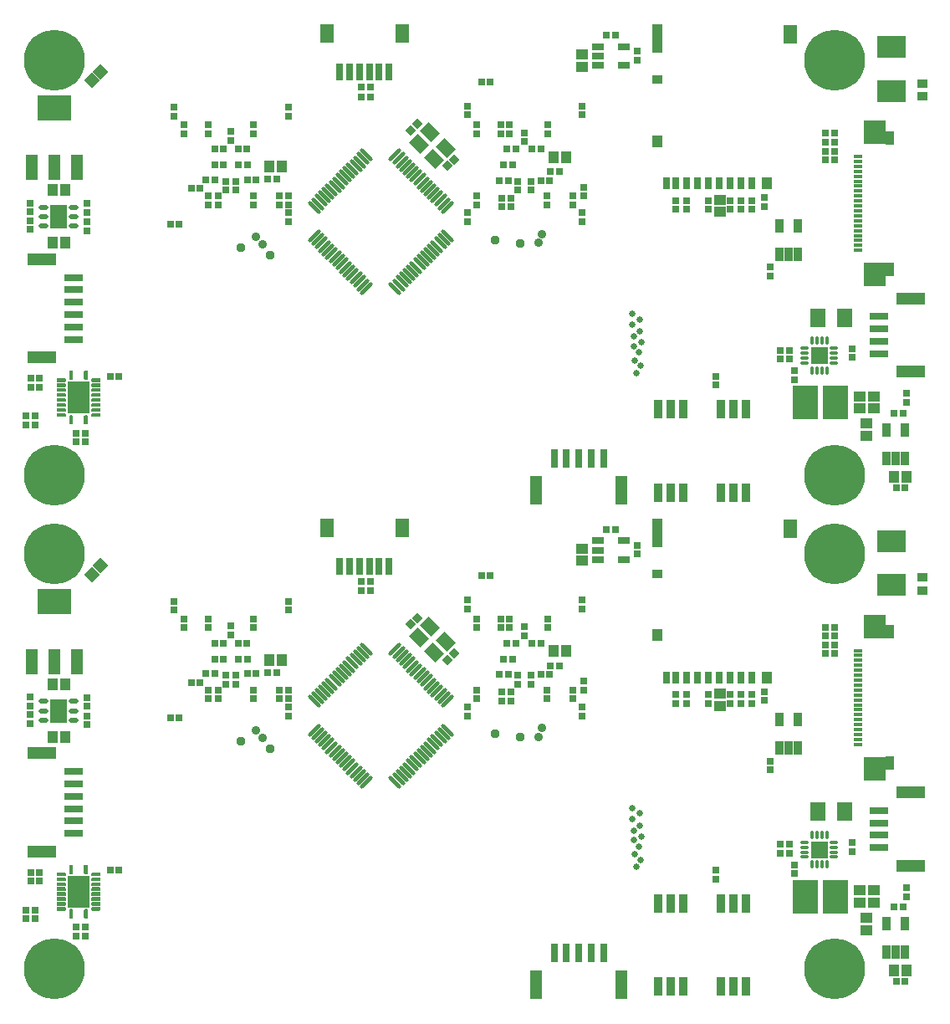
<source format=gbs>
G04 Layer_Color=16711935*
%FSLAX44Y44*%
%MOMM*%
G71*
G01*
G75*
%ADD89R,0.7100X0.7100*%
%ADD90R,0.8000X0.8000*%
%ADD91R,0.8000X0.8000*%
%ADD101R,0.7100X0.7100*%
%ADD104R,1.7300X2.4800*%
%ADD105O,0.9800X0.4800*%
%ADD106R,1.1100X1.1600*%
%ADD108R,1.1600X1.1100*%
%ADD116R,2.8600X1.1600*%
%ADD117R,1.8600X0.7600*%
%ADD120C,0.1600*%
%ADD121C,6.1600*%
%ADD122R,1.1100X0.9600*%
%ADD123R,2.9030X2.3190*%
%ADD124R,0.7600X1.8600*%
%ADD125R,1.1600X2.8600*%
%ADD126R,0.9220X1.8745*%
%ADD127R,0.7400X1.6900*%
%ADD128R,1.3400X1.9400*%
%ADD129R,0.8100X1.3600*%
%ADD130R,0.8800X0.3800*%
%ADD131R,2.2800X2.4800*%
%ADD132R,0.9300X1.3800*%
%ADD133R,0.7400X0.7400*%
%ADD134R,0.7200X0.7200*%
%ADD135R,0.7400X0.7400*%
%ADD136R,0.7200X0.7200*%
%ADD137R,1.3800X1.9800*%
%ADD138R,1.0800X2.8800*%
%ADD139R,1.0800X0.8800*%
%ADD140R,1.0800X1.2800*%
%ADD141R,0.7800X1.2800*%
%ADD142R,2.2100X3.2100*%
%ADD143C,0.2400*%
%ADD144O,0.2900X0.9400*%
%ADD145O,0.9400X0.2900*%
%ADD146R,1.7400X1.7400*%
%ADD147R,1.5600X1.9600*%
%ADD148R,2.6100X3.5100*%
G04:AMPARAMS|DCode=149|XSize=0.38mm|YSize=1.68mm|CornerRadius=0mm|HoleSize=0mm|Usage=FLASHONLY|Rotation=135.000|XOffset=0mm|YOffset=0mm|HoleType=Round|Shape=Round|*
%AMOVALD149*
21,1,1.3000,0.3800,0.0000,0.0000,225.0*
1,1,0.3800,0.4596,0.4596*
1,1,0.3800,-0.4596,-0.4596*
%
%ADD149OVALD149*%

G04:AMPARAMS|DCode=150|XSize=0.38mm|YSize=1.68mm|CornerRadius=0mm|HoleSize=0mm|Usage=FLASHONLY|Rotation=225.000|XOffset=0mm|YOffset=0mm|HoleType=Round|Shape=Round|*
%AMOVALD150*
21,1,1.3000,0.3800,0.0000,0.0000,315.0*
1,1,0.3800,-0.4596,0.4596*
1,1,0.3800,0.4596,-0.4596*
%
%ADD150OVALD150*%

G04:AMPARAMS|DCode=151|XSize=1.16mm|YSize=1.11mm|CornerRadius=0mm|HoleSize=0mm|Usage=FLASHONLY|Rotation=135.000|XOffset=0mm|YOffset=0mm|HoleType=Round|Shape=Rectangle|*
%AMROTATEDRECTD151*
4,1,4,0.8026,-0.0177,0.0177,-0.8026,-0.8026,0.0177,-0.0177,0.8026,0.8026,-0.0177,0.0*
%
%ADD151ROTATEDRECTD151*%

%ADD152R,1.1600X2.5100*%
%ADD153R,3.4600X2.5100*%
%ADD154P,1.1314X4X360.0*%
G04:AMPARAMS|DCode=155|XSize=1.56mm|YSize=1.31mm|CornerRadius=0mm|HoleSize=0mm|Usage=FLASHONLY|Rotation=135.000|XOffset=0mm|YOffset=0mm|HoleType=Round|Shape=Rectangle|*
%AMROTATEDRECTD155*
4,1,4,1.0147,-0.0884,0.0884,-1.0147,-1.0147,0.0884,-0.0884,1.0147,1.0147,-0.0884,0.0*
%
%ADD155ROTATEDRECTD155*%

%ADD156R,1.1600X0.7600*%
%ADD157C,0.6800*%
%ADD158C,0.9600*%
%ADD159C,0.8800*%
G36*
X327278Y899468D02*
X327372Y899439D01*
X327459Y899393D01*
X327535Y899330D01*
X327598Y899254D01*
X327644Y899167D01*
X327673Y899073D01*
X327682Y898975D01*
Y891909D01*
X327686Y891875D01*
Y891294D01*
Y891294D01*
D01*
X327685Y891285D01*
X327676Y891196D01*
X327648Y891101D01*
X327626Y891061D01*
X327601Y891015D01*
X327573Y890980D01*
X327539Y890938D01*
X327538Y890938D01*
X326717Y890117D01*
X326717Y890116D01*
X326682Y890088D01*
X326640Y890054D01*
X326554Y890007D01*
X326459Y889979D01*
X326451Y889978D01*
X326361Y889969D01*
X326361Y889969D01*
X325199D01*
X325199Y889969D01*
X325110Y889978D01*
X325101Y889979D01*
X325006Y890007D01*
X324920Y890054D01*
X324878Y890088D01*
X324843Y890116D01*
X324843Y890117D01*
X324021Y890938D01*
X323959Y891015D01*
X323913Y891101D01*
X323906Y891123D01*
X323884Y891196D01*
X323879Y891245D01*
X323874Y891294D01*
X323874Y891294D01*
Y891875D01*
X323878Y891909D01*
Y898975D01*
X323887Y899073D01*
X323916Y899167D01*
X323962Y899254D01*
X324025Y899330D01*
X324101Y899393D01*
X324188Y899439D01*
X324282Y899468D01*
X324380Y899477D01*
X327180D01*
X327278Y899468D01*
D02*
G37*
G36*
X312278D02*
X312372Y899439D01*
X312459Y899393D01*
X312535Y899330D01*
X312598Y899254D01*
X312644Y899167D01*
X312673Y899073D01*
X312682Y898975D01*
Y891909D01*
X312686Y891875D01*
Y891294D01*
Y891294D01*
D01*
X312685Y891285D01*
X312676Y891196D01*
X312647Y891101D01*
X312626Y891061D01*
X312601Y891015D01*
X312573Y890980D01*
X312539Y890938D01*
X312539Y890938D01*
X311717Y890117D01*
X311716Y890116D01*
X311682Y890088D01*
X311640Y890054D01*
X311553Y890007D01*
X311459Y889979D01*
X311451Y889978D01*
X311361Y889969D01*
X311361Y889969D01*
X310199D01*
X310199Y889969D01*
X310110Y889978D01*
X310101Y889979D01*
X310007Y890007D01*
X309920Y890054D01*
X309878Y890088D01*
X309844Y890116D01*
X309843Y890117D01*
X309021Y890938D01*
X308959Y891015D01*
X308913Y891101D01*
X308906Y891123D01*
X308884Y891196D01*
X308879Y891245D01*
X308874Y891294D01*
X308874Y891294D01*
Y891875D01*
X308878Y891909D01*
Y898975D01*
X308887Y899073D01*
X308916Y899167D01*
X308962Y899254D01*
X309025Y899330D01*
X309101Y899393D01*
X309188Y899439D01*
X309282Y899468D01*
X309380Y899477D01*
X312180D01*
X312278Y899468D01*
D02*
G37*
G36*
X332099Y891881D02*
X332680D01*
X332714Y891877D01*
X339780D01*
X339878Y891868D01*
X339972Y891839D01*
X340059Y891793D01*
X340135Y891730D01*
X340198Y891654D01*
X340244Y891567D01*
X340273Y891473D01*
X340283Y891375D01*
Y888575D01*
X340273Y888477D01*
X340244Y888383D01*
X340198Y888296D01*
X340135Y888220D01*
X340059Y888157D01*
X339972Y888111D01*
X339878Y888082D01*
X339780Y888073D01*
X332714D01*
X332680Y888069D01*
X332099D01*
X332099Y888069D01*
X332010Y888078D01*
X332001Y888079D01*
X331907Y888108D01*
X331820Y888154D01*
X331778Y888188D01*
X331744Y888216D01*
X331743Y888216D01*
X330921Y889038D01*
X330859Y889115D01*
X330812Y889201D01*
X330806Y889223D01*
X330784Y889296D01*
X330779Y889345D01*
X330774Y889394D01*
X330774Y889394D01*
Y890556D01*
X330784Y890654D01*
X330806Y890727D01*
X330812Y890749D01*
X330859Y890835D01*
X330921Y890911D01*
X331743Y891733D01*
X331744Y891734D01*
X331820Y891796D01*
X331907Y891842D01*
X331928Y891849D01*
X332001Y891871D01*
X332050Y891876D01*
X332099Y891881D01*
X332099Y891881D01*
D02*
G37*
G36*
X304510Y891876D02*
X304559Y891871D01*
X304632Y891849D01*
X304654Y891842D01*
X304740Y891796D01*
X304817Y891734D01*
X305639Y890911D01*
X305701Y890835D01*
X305748Y890749D01*
X305754Y890727D01*
X305776Y890654D01*
X305781Y890605D01*
X305786Y890556D01*
X305786Y890556D01*
Y889394D01*
Y889394D01*
D01*
X305785Y889385D01*
X305776Y889296D01*
X305748Y889201D01*
X305726Y889161D01*
X305701Y889115D01*
X305673Y889080D01*
X305639Y889038D01*
X305639Y889038D01*
X304817Y888216D01*
X304817Y888216D01*
X304782Y888188D01*
X304740Y888154D01*
X304653Y888108D01*
X304559Y888079D01*
X304550Y888078D01*
X304461Y888069D01*
X304461Y888069D01*
X303880D01*
X303846Y888073D01*
X296780D01*
X296682Y888082D01*
X296588Y888111D01*
X296501Y888157D01*
X296425Y888220D01*
X296362Y888296D01*
X296316Y888383D01*
X296287Y888477D01*
X296278Y888575D01*
Y891375D01*
X296287Y891473D01*
X296316Y891567D01*
X296362Y891654D01*
X296425Y891730D01*
X296501Y891793D01*
X296588Y891839D01*
X296682Y891868D01*
X296780Y891877D01*
X303846D01*
X303880Y891881D01*
X304461D01*
X304461Y891881D01*
X304510Y891876D01*
D02*
G37*
G36*
X332099Y886881D02*
X332680D01*
X332714Y886877D01*
X339780D01*
X339878Y886868D01*
X339972Y886839D01*
X340059Y886793D01*
X340135Y886730D01*
X340198Y886654D01*
X340244Y886567D01*
X340273Y886473D01*
X340283Y886375D01*
Y883575D01*
X340273Y883477D01*
X340244Y883383D01*
X340198Y883296D01*
X340135Y883220D01*
X340059Y883157D01*
X339972Y883111D01*
X339878Y883082D01*
X339780Y883073D01*
X332714D01*
X332680Y883069D01*
X332099D01*
X332099Y883069D01*
X332010Y883078D01*
X332001Y883079D01*
X331907Y883108D01*
X331820Y883154D01*
X331778Y883188D01*
X331744Y883216D01*
X331743Y883216D01*
X330921Y884038D01*
X330859Y884115D01*
X330812Y884201D01*
X330806Y884223D01*
X330784Y884296D01*
X330779Y884345D01*
X330774Y884394D01*
X330774Y884394D01*
Y885556D01*
X330784Y885654D01*
X330806Y885727D01*
X330812Y885749D01*
X330859Y885835D01*
X330921Y885911D01*
X331743Y886733D01*
X331744Y886734D01*
X331820Y886796D01*
X331907Y886842D01*
X331928Y886849D01*
X332001Y886871D01*
X332050Y886876D01*
X332099Y886881D01*
X332099Y886881D01*
D02*
G37*
G36*
X304510Y886876D02*
X304559Y886871D01*
X304632Y886849D01*
X304654Y886842D01*
X304740Y886796D01*
X304817Y886734D01*
X305639Y885911D01*
X305701Y885835D01*
X305748Y885749D01*
X305754Y885727D01*
X305776Y885654D01*
X305781Y885605D01*
X305786Y885556D01*
X305786Y885556D01*
Y884394D01*
Y884394D01*
D01*
X305785Y884385D01*
X305776Y884296D01*
X305748Y884202D01*
X305726Y884161D01*
X305701Y884115D01*
X305673Y884080D01*
X305639Y884038D01*
X305639Y884038D01*
X304817Y883216D01*
X304817Y883216D01*
X304782Y883188D01*
X304740Y883154D01*
X304653Y883108D01*
X304559Y883079D01*
X304550Y883078D01*
X304461Y883069D01*
X304461Y883069D01*
X303880D01*
X303846Y883073D01*
X296780D01*
X296682Y883082D01*
X296588Y883111D01*
X296501Y883157D01*
X296425Y883220D01*
X296362Y883296D01*
X296316Y883383D01*
X296287Y883477D01*
X296278Y883575D01*
Y886375D01*
X296287Y886473D01*
X296316Y886567D01*
X296362Y886654D01*
X296425Y886730D01*
X296501Y886793D01*
X296588Y886839D01*
X296682Y886868D01*
X296780Y886877D01*
X303846D01*
X303880Y886881D01*
X304461D01*
X304461Y886881D01*
X304510Y886876D01*
D02*
G37*
G36*
X332099Y881881D02*
X332680D01*
X332714Y881877D01*
X339780D01*
X339878Y881868D01*
X339972Y881839D01*
X340059Y881793D01*
X340135Y881730D01*
X340198Y881654D01*
X340244Y881567D01*
X340273Y881473D01*
X340283Y881375D01*
Y878575D01*
X340273Y878477D01*
X340244Y878383D01*
X340198Y878296D01*
X340135Y878220D01*
X340059Y878157D01*
X339972Y878111D01*
X339878Y878082D01*
X339780Y878073D01*
X332714D01*
X332680Y878069D01*
X332099D01*
X332099Y878069D01*
X332010Y878078D01*
X332001Y878079D01*
X331907Y878108D01*
X331820Y878154D01*
X331778Y878188D01*
X331744Y878216D01*
X331743Y878217D01*
X330921Y879038D01*
X330859Y879115D01*
X330812Y879201D01*
X330806Y879223D01*
X330784Y879296D01*
X330779Y879345D01*
X330774Y879394D01*
X330774Y879394D01*
Y880556D01*
X330784Y880654D01*
X330806Y880727D01*
X330812Y880749D01*
X330859Y880835D01*
X330921Y880911D01*
X331743Y881733D01*
X331744Y881734D01*
X331820Y881796D01*
X331907Y881842D01*
X331928Y881849D01*
X332001Y881871D01*
X332050Y881876D01*
X332099Y881881D01*
X332099Y881881D01*
D02*
G37*
G36*
X304510Y881876D02*
X304559Y881871D01*
X304632Y881849D01*
X304654Y881842D01*
X304740Y881796D01*
X304817Y881734D01*
X305639Y880911D01*
X305701Y880835D01*
X305748Y880749D01*
X305754Y880727D01*
X305776Y880654D01*
X305781Y880605D01*
X305786Y880556D01*
X305786Y880556D01*
Y879394D01*
Y879394D01*
D01*
X305785Y879385D01*
X305776Y879296D01*
X305748Y879202D01*
X305726Y879161D01*
X305701Y879115D01*
X305673Y879080D01*
X305639Y879038D01*
X305639Y879038D01*
X304817Y878217D01*
X304817Y878216D01*
X304782Y878188D01*
X304740Y878154D01*
X304653Y878108D01*
X304559Y878079D01*
X304550Y878078D01*
X304461Y878069D01*
X304461Y878069D01*
X303880D01*
X303846Y878073D01*
X296780D01*
X296682Y878082D01*
X296588Y878111D01*
X296501Y878157D01*
X296425Y878220D01*
X296362Y878296D01*
X296316Y878383D01*
X296287Y878477D01*
X296278Y878575D01*
Y881375D01*
X296287Y881473D01*
X296316Y881567D01*
X296362Y881654D01*
X296425Y881730D01*
X296501Y881793D01*
X296588Y881839D01*
X296682Y881868D01*
X296780Y881877D01*
X303846D01*
X303880Y881881D01*
X304461D01*
X304461Y881881D01*
X304510Y881876D01*
D02*
G37*
G36*
X332099Y876881D02*
X332680D01*
X332714Y876877D01*
X339780D01*
X339878Y876868D01*
X339972Y876839D01*
X340059Y876793D01*
X340135Y876730D01*
X340198Y876654D01*
X340244Y876567D01*
X340273Y876473D01*
X340283Y876375D01*
Y873575D01*
X340273Y873477D01*
X340244Y873383D01*
X340198Y873296D01*
X340135Y873220D01*
X340059Y873157D01*
X339972Y873111D01*
X339878Y873082D01*
X339780Y873073D01*
X332714D01*
X332680Y873069D01*
X332099D01*
X332099Y873069D01*
X332010Y873078D01*
X332001Y873079D01*
X331907Y873108D01*
X331820Y873154D01*
X331778Y873188D01*
X331744Y873216D01*
X331743Y873216D01*
X330921Y874038D01*
X330859Y874115D01*
X330812Y874201D01*
X330806Y874223D01*
X330784Y874296D01*
X330779Y874345D01*
X330774Y874394D01*
X330774Y874394D01*
Y875556D01*
X330784Y875654D01*
X330806Y875727D01*
X330812Y875749D01*
X330859Y875835D01*
X330921Y875911D01*
X331743Y876733D01*
X331744Y876734D01*
X331820Y876796D01*
X331907Y876842D01*
X331928Y876849D01*
X332001Y876871D01*
X332050Y876876D01*
X332099Y876881D01*
X332099Y876881D01*
D02*
G37*
G36*
X304510Y876876D02*
X304559Y876871D01*
X304632Y876849D01*
X304654Y876842D01*
X304740Y876796D01*
X304817Y876734D01*
X305639Y875911D01*
X305701Y875835D01*
X305748Y875749D01*
X305754Y875727D01*
X305776Y875654D01*
X305781Y875605D01*
X305786Y875556D01*
X305786Y875556D01*
Y874394D01*
Y874394D01*
D01*
X305785Y874385D01*
X305776Y874296D01*
X305748Y874202D01*
X305726Y874161D01*
X305701Y874115D01*
X305673Y874080D01*
X305639Y874038D01*
X305639Y874038D01*
X304817Y873216D01*
X304817Y873216D01*
X304782Y873188D01*
X304740Y873154D01*
X304653Y873108D01*
X304559Y873079D01*
X304550Y873078D01*
X304461Y873069D01*
X304461Y873069D01*
X303880D01*
X303846Y873073D01*
X296780D01*
X296682Y873082D01*
X296588Y873111D01*
X296501Y873157D01*
X296425Y873220D01*
X296362Y873296D01*
X296316Y873383D01*
X296287Y873477D01*
X296278Y873575D01*
Y876375D01*
X296287Y876473D01*
X296316Y876567D01*
X296362Y876654D01*
X296425Y876730D01*
X296501Y876793D01*
X296588Y876839D01*
X296682Y876868D01*
X296780Y876877D01*
X303846D01*
X303880Y876881D01*
X304461D01*
X304461Y876881D01*
X304510Y876876D01*
D02*
G37*
G36*
X332099Y871881D02*
X332680D01*
X332714Y871877D01*
X339780D01*
X339878Y871868D01*
X339972Y871839D01*
X340059Y871793D01*
X340135Y871730D01*
X340198Y871654D01*
X340244Y871567D01*
X340273Y871473D01*
X340283Y871375D01*
Y868575D01*
X340273Y868477D01*
X340244Y868383D01*
X340198Y868296D01*
X340135Y868220D01*
X340059Y868157D01*
X339972Y868111D01*
X339878Y868082D01*
X339780Y868073D01*
X332714D01*
X332680Y868069D01*
X332099D01*
X332099Y868069D01*
X332010Y868078D01*
X332001Y868079D01*
X331907Y868108D01*
X331820Y868154D01*
X331778Y868188D01*
X331744Y868216D01*
X331743Y868217D01*
X330921Y869038D01*
X330859Y869115D01*
X330812Y869201D01*
X330806Y869223D01*
X330784Y869296D01*
X330779Y869345D01*
X330774Y869394D01*
X330774Y869394D01*
Y870556D01*
X330784Y870654D01*
X330806Y870727D01*
X330812Y870749D01*
X330859Y870835D01*
X330921Y870911D01*
X331743Y871733D01*
X331744Y871734D01*
X331820Y871796D01*
X331907Y871842D01*
X331928Y871849D01*
X332001Y871871D01*
X332050Y871876D01*
X332099Y871881D01*
X332099Y871881D01*
D02*
G37*
G36*
X304510Y871876D02*
X304559Y871871D01*
X304632Y871849D01*
X304654Y871842D01*
X304740Y871796D01*
X304817Y871734D01*
X305639Y870911D01*
X305701Y870835D01*
X305748Y870749D01*
X305754Y870727D01*
X305776Y870654D01*
X305781Y870605D01*
X305786Y870556D01*
X305786Y870556D01*
Y869394D01*
Y869394D01*
D01*
X305785Y869385D01*
X305776Y869296D01*
X305748Y869202D01*
X305726Y869161D01*
X305701Y869115D01*
X305673Y869080D01*
X305639Y869038D01*
X305639Y869038D01*
X304817Y868217D01*
X304817Y868216D01*
X304782Y868188D01*
X304740Y868154D01*
X304653Y868108D01*
X304559Y868079D01*
X304550Y868078D01*
X304461Y868069D01*
X304461Y868069D01*
X303880D01*
X303846Y868073D01*
X296780D01*
X296682Y868082D01*
X296588Y868111D01*
X296501Y868157D01*
X296425Y868220D01*
X296362Y868296D01*
X296316Y868383D01*
X296287Y868477D01*
X296278Y868575D01*
Y871375D01*
X296287Y871473D01*
X296316Y871567D01*
X296362Y871654D01*
X296425Y871730D01*
X296501Y871793D01*
X296588Y871839D01*
X296682Y871868D01*
X296780Y871877D01*
X303846D01*
X303880Y871881D01*
X304461D01*
X304461Y871881D01*
X304510Y871876D01*
D02*
G37*
G36*
X332099Y866881D02*
X332680D01*
X332714Y866877D01*
X339780D01*
X339878Y866868D01*
X339972Y866839D01*
X340059Y866793D01*
X340135Y866730D01*
X340198Y866654D01*
X340244Y866567D01*
X340273Y866473D01*
X340283Y866375D01*
Y863575D01*
X340273Y863477D01*
X340244Y863383D01*
X340198Y863296D01*
X340135Y863220D01*
X340059Y863157D01*
X339972Y863111D01*
X339878Y863082D01*
X339780Y863073D01*
X332714D01*
X332680Y863069D01*
X332099D01*
X332099Y863069D01*
X332010Y863078D01*
X332001Y863079D01*
X331907Y863108D01*
X331820Y863154D01*
X331778Y863188D01*
X331744Y863216D01*
X331743Y863216D01*
X330921Y864038D01*
X330859Y864115D01*
X330812Y864201D01*
X330806Y864223D01*
X330784Y864296D01*
X330779Y864345D01*
X330774Y864394D01*
X330774Y864394D01*
Y865556D01*
X330784Y865654D01*
X330806Y865727D01*
X330812Y865749D01*
X330859Y865835D01*
X330921Y865911D01*
X331743Y866733D01*
X331744Y866734D01*
X331820Y866796D01*
X331907Y866842D01*
X331928Y866849D01*
X332001Y866871D01*
X332050Y866876D01*
X332099Y866881D01*
X332099Y866881D01*
D02*
G37*
G36*
X304510Y866876D02*
X304559Y866871D01*
X304632Y866849D01*
X304654Y866842D01*
X304740Y866796D01*
X304817Y866734D01*
X305639Y865911D01*
X305701Y865835D01*
X305748Y865749D01*
X305754Y865727D01*
X305776Y865654D01*
X305781Y865605D01*
X305786Y865556D01*
X305786Y865556D01*
Y864394D01*
Y864394D01*
D01*
X305785Y864385D01*
X305776Y864296D01*
X305748Y864201D01*
X305726Y864161D01*
X305701Y864115D01*
X305673Y864080D01*
X305639Y864038D01*
X305639Y864038D01*
X304817Y863216D01*
X304817Y863216D01*
X304782Y863188D01*
X304740Y863154D01*
X304653Y863108D01*
X304559Y863079D01*
X304550Y863078D01*
X304461Y863069D01*
X304461Y863069D01*
X303880D01*
X303846Y863073D01*
X296780D01*
X296682Y863082D01*
X296588Y863111D01*
X296501Y863157D01*
X296425Y863220D01*
X296362Y863296D01*
X296316Y863383D01*
X296287Y863477D01*
X296278Y863575D01*
Y866375D01*
X296287Y866473D01*
X296316Y866567D01*
X296362Y866654D01*
X296425Y866730D01*
X296501Y866793D01*
X296588Y866839D01*
X296682Y866868D01*
X296780Y866877D01*
X303846D01*
X303880Y866881D01*
X304461D01*
X304461Y866881D01*
X304510Y866876D01*
D02*
G37*
G36*
X332099Y861881D02*
X332680D01*
X332714Y861877D01*
X339780D01*
X339878Y861868D01*
X339972Y861839D01*
X340059Y861793D01*
X340135Y861730D01*
X340198Y861654D01*
X340244Y861567D01*
X340273Y861473D01*
X340283Y861375D01*
Y858575D01*
X340273Y858477D01*
X340244Y858383D01*
X340198Y858296D01*
X340135Y858220D01*
X340059Y858157D01*
X339972Y858111D01*
X339878Y858082D01*
X339780Y858073D01*
X332714D01*
X332680Y858069D01*
X332099D01*
X332099Y858069D01*
X332010Y858078D01*
X332001Y858079D01*
X331907Y858108D01*
X331820Y858154D01*
X331778Y858188D01*
X331744Y858216D01*
X331743Y858216D01*
X330921Y859038D01*
X330859Y859115D01*
X330812Y859201D01*
X330806Y859223D01*
X330784Y859296D01*
X330779Y859345D01*
X330774Y859394D01*
X330774Y859394D01*
Y860556D01*
X330784Y860654D01*
X330806Y860727D01*
X330812Y860749D01*
X330859Y860835D01*
X330921Y860911D01*
X331743Y861733D01*
X331744Y861734D01*
X331820Y861796D01*
X331907Y861842D01*
X331928Y861849D01*
X332001Y861871D01*
X332050Y861876D01*
X332099Y861881D01*
X332099Y861881D01*
D02*
G37*
G36*
X304510Y861876D02*
X304559Y861871D01*
X304632Y861849D01*
X304654Y861842D01*
X304740Y861796D01*
X304817Y861734D01*
X305639Y860911D01*
X305701Y860835D01*
X305748Y860749D01*
X305754Y860727D01*
X305776Y860654D01*
X305781Y860605D01*
X305786Y860556D01*
X305786Y860556D01*
Y859394D01*
Y859394D01*
D01*
X305785Y859385D01*
X305776Y859296D01*
X305748Y859202D01*
X305726Y859161D01*
X305701Y859115D01*
X305673Y859080D01*
X305639Y859038D01*
X305639Y859038D01*
X304817Y858216D01*
X304817Y858216D01*
X304782Y858188D01*
X304740Y858154D01*
X304653Y858108D01*
X304559Y858079D01*
X304550Y858078D01*
X304461Y858069D01*
X304461Y858069D01*
X303880D01*
X303846Y858073D01*
X296780D01*
X296682Y858082D01*
X296588Y858111D01*
X296501Y858157D01*
X296425Y858220D01*
X296362Y858296D01*
X296316Y858383D01*
X296287Y858477D01*
X296278Y858575D01*
Y861375D01*
X296287Y861473D01*
X296316Y861567D01*
X296362Y861654D01*
X296425Y861730D01*
X296501Y861793D01*
X296588Y861839D01*
X296682Y861868D01*
X296780Y861877D01*
X303846D01*
X303880Y861881D01*
X304461D01*
X304461Y861881D01*
X304510Y861876D01*
D02*
G37*
G36*
X326410Y854976D02*
X326459Y854971D01*
X326532Y854949D01*
X326554Y854942D01*
X326640Y854896D01*
X326717Y854834D01*
X327539Y854012D01*
X327601Y853935D01*
X327648Y853848D01*
X327654Y853827D01*
X327676Y853754D01*
X327681Y853705D01*
X327686Y853656D01*
X327686Y853656D01*
Y853075D01*
X327682Y853041D01*
Y845975D01*
X327673Y845877D01*
X327644Y845783D01*
X327598Y845696D01*
X327535Y845620D01*
X327459Y845557D01*
X327372Y845511D01*
X327278Y845482D01*
X327180Y845473D01*
X324380D01*
X324282Y845482D01*
X324188Y845511D01*
X324101Y845557D01*
X324025Y845620D01*
X323962Y845696D01*
X323916Y845783D01*
X323887Y845877D01*
X323878Y845975D01*
Y853041D01*
X323874Y853075D01*
Y853656D01*
X323884Y853754D01*
X323906Y853827D01*
X323913Y853848D01*
X323959Y853935D01*
X324021Y854012D01*
X324843Y854833D01*
X324843Y854834D01*
X324920Y854896D01*
X325006Y854942D01*
X325028Y854949D01*
X325101Y854971D01*
X325150Y854976D01*
X325199Y854981D01*
X325199Y854981D01*
X326361D01*
X326361Y854981D01*
X326410Y854976D01*
D02*
G37*
G36*
X311410D02*
X311459Y854971D01*
X311532Y854949D01*
X311554Y854942D01*
X311640Y854896D01*
X311716Y854834D01*
X312539Y854012D01*
X312601Y853935D01*
X312647Y853848D01*
X312654Y853827D01*
X312676Y853754D01*
X312681Y853705D01*
X312686Y853656D01*
X312686Y853656D01*
Y853075D01*
X312682Y853041D01*
Y845975D01*
X312673Y845877D01*
X312644Y845783D01*
X312598Y845696D01*
X312535Y845620D01*
X312459Y845557D01*
X312372Y845511D01*
X312278Y845482D01*
X312180Y845473D01*
X309380D01*
X309282Y845482D01*
X309188Y845511D01*
X309101Y845557D01*
X309025Y845620D01*
X308962Y845696D01*
X308916Y845783D01*
X308887Y845877D01*
X308878Y845975D01*
Y853041D01*
X308874Y853075D01*
Y853656D01*
X308884Y853754D01*
X308906Y853827D01*
X308913Y853848D01*
X308959Y853935D01*
X309021Y854012D01*
X309843Y854833D01*
X309844Y854834D01*
X309920Y854896D01*
X310007Y854942D01*
X310028Y854949D01*
X310101Y854971D01*
X310150Y854976D01*
X310199Y854981D01*
X310199Y854981D01*
X311361D01*
X311361Y854981D01*
X311410Y854976D01*
D02*
G37*
G36*
X332099Y856881D02*
X332680D01*
X332714Y856877D01*
X339780D01*
X339878Y856868D01*
X339972Y856839D01*
X340059Y856793D01*
X340135Y856730D01*
X340198Y856654D01*
X340244Y856567D01*
X340273Y856473D01*
X340283Y856375D01*
Y853575D01*
X340273Y853477D01*
X340244Y853383D01*
X340198Y853296D01*
X340135Y853220D01*
X340059Y853157D01*
X339972Y853111D01*
X339878Y853082D01*
X339780Y853073D01*
X332714D01*
X332680Y853069D01*
X332099D01*
X332099Y853069D01*
X332010Y853078D01*
X332001Y853079D01*
X331907Y853108D01*
X331820Y853154D01*
X331778Y853188D01*
X331744Y853216D01*
X331743Y853217D01*
X330921Y854038D01*
X330859Y854115D01*
X330812Y854201D01*
X330806Y854223D01*
X330784Y854296D01*
X330779Y854345D01*
X330774Y854394D01*
X330774Y854394D01*
Y855556D01*
X330784Y855654D01*
X330806Y855727D01*
X330812Y855749D01*
X330859Y855835D01*
X330921Y855911D01*
X331743Y856733D01*
X331744Y856734D01*
X331820Y856796D01*
X331907Y856842D01*
X331928Y856849D01*
X332001Y856871D01*
X332050Y856876D01*
X332099Y856881D01*
X332099Y856881D01*
D02*
G37*
G36*
X304510Y856876D02*
X304559Y856871D01*
X304632Y856849D01*
X304654Y856842D01*
X304740Y856796D01*
X304817Y856734D01*
X305639Y855911D01*
X305701Y855835D01*
X305748Y855749D01*
X305754Y855727D01*
X305776Y855654D01*
X305781Y855605D01*
X305786Y855556D01*
X305786Y855556D01*
Y854394D01*
Y854394D01*
D01*
X305785Y854385D01*
X305776Y854296D01*
X305748Y854202D01*
X305726Y854161D01*
X305701Y854115D01*
X305673Y854080D01*
X305639Y854038D01*
X305639Y854038D01*
X304817Y853217D01*
X304817Y853216D01*
X304782Y853188D01*
X304740Y853154D01*
X304653Y853108D01*
X304559Y853079D01*
X304550Y853078D01*
X304461Y853069D01*
X304461Y853069D01*
X303880D01*
X303846Y853073D01*
X296780D01*
X296682Y853082D01*
X296588Y853111D01*
X296501Y853157D01*
X296425Y853220D01*
X296362Y853296D01*
X296316Y853383D01*
X296287Y853477D01*
X296278Y853575D01*
Y856375D01*
X296287Y856473D01*
X296316Y856567D01*
X296362Y856654D01*
X296425Y856730D01*
X296501Y856793D01*
X296588Y856839D01*
X296682Y856868D01*
X296780Y856877D01*
X303846D01*
X303880Y856881D01*
X304461D01*
X304461Y856881D01*
X304510Y856876D01*
D02*
G37*
G36*
X327278Y399478D02*
X327372Y399449D01*
X327459Y399403D01*
X327535Y399340D01*
X327598Y399264D01*
X327644Y399177D01*
X327673Y399083D01*
X327682Y398985D01*
Y391919D01*
X327686Y391885D01*
Y391304D01*
Y391304D01*
D01*
X327685Y391295D01*
X327676Y391206D01*
X327648Y391111D01*
X327626Y391071D01*
X327601Y391025D01*
X327573Y390990D01*
X327539Y390948D01*
X327538Y390948D01*
X326717Y390127D01*
X326717Y390126D01*
X326682Y390098D01*
X326640Y390064D01*
X326554Y390018D01*
X326459Y389989D01*
X326451Y389988D01*
X326361Y389979D01*
X326361Y389979D01*
X325199D01*
X325199Y389979D01*
X325110Y389988D01*
X325101Y389989D01*
X325006Y390018D01*
X324920Y390064D01*
X324878Y390098D01*
X324843Y390126D01*
X324843Y390127D01*
X324021Y390948D01*
X323959Y391025D01*
X323913Y391111D01*
X323906Y391133D01*
X323884Y391206D01*
X323879Y391255D01*
X323874Y391304D01*
X323874Y391304D01*
Y391885D01*
X323878Y391919D01*
Y398985D01*
X323887Y399083D01*
X323916Y399177D01*
X323962Y399264D01*
X324025Y399340D01*
X324101Y399403D01*
X324188Y399449D01*
X324282Y399478D01*
X324380Y399487D01*
X327180D01*
X327278Y399478D01*
D02*
G37*
G36*
X312278D02*
X312372Y399449D01*
X312459Y399403D01*
X312535Y399340D01*
X312598Y399264D01*
X312644Y399177D01*
X312673Y399083D01*
X312682Y398985D01*
Y391919D01*
X312686Y391885D01*
Y391304D01*
Y391304D01*
D01*
X312685Y391295D01*
X312676Y391206D01*
X312647Y391111D01*
X312626Y391071D01*
X312601Y391025D01*
X312573Y390990D01*
X312539Y390948D01*
X312539Y390948D01*
X311717Y390127D01*
X311716Y390126D01*
X311682Y390098D01*
X311640Y390064D01*
X311553Y390018D01*
X311459Y389989D01*
X311451Y389988D01*
X311361Y389979D01*
X311361Y389979D01*
X310199D01*
X310199Y389979D01*
X310110Y389988D01*
X310101Y389989D01*
X310007Y390018D01*
X309920Y390064D01*
X309878Y390098D01*
X309844Y390126D01*
X309843Y390127D01*
X309021Y390948D01*
X308959Y391025D01*
X308913Y391111D01*
X308906Y391133D01*
X308884Y391206D01*
X308879Y391255D01*
X308874Y391304D01*
X308874Y391304D01*
Y391885D01*
X308878Y391919D01*
Y398985D01*
X308887Y399083D01*
X308916Y399177D01*
X308962Y399264D01*
X309025Y399340D01*
X309101Y399403D01*
X309188Y399449D01*
X309282Y399478D01*
X309380Y399487D01*
X312180D01*
X312278Y399478D01*
D02*
G37*
G36*
X332099Y391891D02*
X332680D01*
X332714Y391887D01*
X339780D01*
X339878Y391878D01*
X339972Y391849D01*
X340059Y391803D01*
X340135Y391740D01*
X340198Y391664D01*
X340244Y391577D01*
X340273Y391483D01*
X340283Y391385D01*
Y388585D01*
X340273Y388487D01*
X340244Y388393D01*
X340198Y388306D01*
X340135Y388230D01*
X340059Y388167D01*
X339972Y388121D01*
X339878Y388092D01*
X339780Y388083D01*
X332714D01*
X332680Y388079D01*
X332099D01*
X332099Y388079D01*
X332010Y388088D01*
X332001Y388089D01*
X331907Y388117D01*
X331820Y388164D01*
X331778Y388198D01*
X331744Y388226D01*
X331743Y388227D01*
X330921Y389048D01*
X330859Y389125D01*
X330812Y389211D01*
X330806Y389233D01*
X330784Y389306D01*
X330779Y389355D01*
X330774Y389404D01*
X330774Y389404D01*
Y390566D01*
X330784Y390664D01*
X330806Y390737D01*
X330812Y390759D01*
X330859Y390845D01*
X330921Y390922D01*
X331743Y391743D01*
X331744Y391744D01*
X331820Y391806D01*
X331907Y391852D01*
X331928Y391859D01*
X332001Y391881D01*
X332050Y391886D01*
X332099Y391891D01*
X332099Y391891D01*
D02*
G37*
G36*
X304510Y391886D02*
X304559Y391881D01*
X304632Y391859D01*
X304654Y391852D01*
X304740Y391806D01*
X304817Y391744D01*
X305639Y390922D01*
X305701Y390845D01*
X305748Y390759D01*
X305754Y390737D01*
X305776Y390664D01*
X305781Y390615D01*
X305786Y390566D01*
X305786Y390566D01*
Y389404D01*
Y389404D01*
D01*
X305785Y389395D01*
X305776Y389306D01*
X305748Y389212D01*
X305726Y389171D01*
X305701Y389125D01*
X305673Y389090D01*
X305639Y389048D01*
X305639Y389048D01*
X304817Y388227D01*
X304817Y388226D01*
X304782Y388198D01*
X304740Y388164D01*
X304653Y388117D01*
X304559Y388089D01*
X304550Y388088D01*
X304461Y388079D01*
X304461Y388079D01*
X303880D01*
X303846Y388083D01*
X296780D01*
X296682Y388092D01*
X296588Y388121D01*
X296501Y388167D01*
X296425Y388230D01*
X296362Y388306D01*
X296316Y388393D01*
X296287Y388487D01*
X296278Y388585D01*
Y391385D01*
X296287Y391483D01*
X296316Y391577D01*
X296362Y391664D01*
X296425Y391740D01*
X296501Y391803D01*
X296588Y391849D01*
X296682Y391878D01*
X296780Y391887D01*
X303846D01*
X303880Y391891D01*
X304461D01*
X304461Y391891D01*
X304510Y391886D01*
D02*
G37*
G36*
X332099Y386891D02*
X332680D01*
X332714Y386887D01*
X339780D01*
X339878Y386878D01*
X339972Y386849D01*
X340059Y386803D01*
X340135Y386740D01*
X340198Y386664D01*
X340244Y386577D01*
X340273Y386483D01*
X340283Y386385D01*
Y383585D01*
X340273Y383487D01*
X340244Y383393D01*
X340198Y383306D01*
X340135Y383230D01*
X340059Y383167D01*
X339972Y383121D01*
X339878Y383092D01*
X339780Y383083D01*
X332714D01*
X332680Y383079D01*
X332099D01*
X332099Y383079D01*
X332010Y383088D01*
X332001Y383089D01*
X331907Y383117D01*
X331820Y383164D01*
X331778Y383198D01*
X331744Y383226D01*
X331743Y383227D01*
X330921Y384049D01*
X330859Y384125D01*
X330812Y384211D01*
X330806Y384233D01*
X330784Y384306D01*
X330779Y384355D01*
X330774Y384404D01*
X330774Y384404D01*
Y385566D01*
X330784Y385664D01*
X330806Y385737D01*
X330812Y385759D01*
X330859Y385845D01*
X330921Y385922D01*
X331743Y386743D01*
X331744Y386744D01*
X331820Y386806D01*
X331907Y386852D01*
X331928Y386859D01*
X332001Y386881D01*
X332050Y386886D01*
X332099Y386891D01*
X332099Y386891D01*
D02*
G37*
G36*
X304510Y386886D02*
X304559Y386881D01*
X304632Y386859D01*
X304654Y386852D01*
X304740Y386806D01*
X304817Y386744D01*
X305639Y385922D01*
X305701Y385845D01*
X305748Y385759D01*
X305754Y385737D01*
X305776Y385664D01*
X305781Y385615D01*
X305786Y385566D01*
X305786Y385566D01*
Y384404D01*
Y384404D01*
D01*
X305785Y384395D01*
X305776Y384306D01*
X305748Y384212D01*
X305726Y384171D01*
X305701Y384125D01*
X305673Y384090D01*
X305639Y384049D01*
X305639Y384048D01*
X304817Y383227D01*
X304817Y383226D01*
X304782Y383198D01*
X304740Y383164D01*
X304653Y383117D01*
X304559Y383089D01*
X304550Y383088D01*
X304461Y383079D01*
X304461Y383079D01*
X303880D01*
X303846Y383083D01*
X296780D01*
X296682Y383092D01*
X296588Y383121D01*
X296501Y383167D01*
X296425Y383230D01*
X296362Y383306D01*
X296316Y383393D01*
X296287Y383487D01*
X296278Y383585D01*
Y386385D01*
X296287Y386483D01*
X296316Y386577D01*
X296362Y386664D01*
X296425Y386740D01*
X296501Y386803D01*
X296588Y386849D01*
X296682Y386878D01*
X296780Y386887D01*
X303846D01*
X303880Y386891D01*
X304461D01*
X304461Y386891D01*
X304510Y386886D01*
D02*
G37*
G36*
X332099Y381891D02*
X332680D01*
X332714Y381887D01*
X339780D01*
X339878Y381878D01*
X339972Y381849D01*
X340059Y381803D01*
X340135Y381740D01*
X340198Y381664D01*
X340244Y381577D01*
X340273Y381483D01*
X340283Y381385D01*
Y378585D01*
X340273Y378487D01*
X340244Y378393D01*
X340198Y378306D01*
X340135Y378230D01*
X340059Y378167D01*
X339972Y378121D01*
X339878Y378092D01*
X339780Y378083D01*
X332714D01*
X332680Y378079D01*
X332099D01*
X332099Y378079D01*
X332010Y378088D01*
X332001Y378089D01*
X331907Y378117D01*
X331820Y378164D01*
X331778Y378198D01*
X331744Y378226D01*
X331743Y378227D01*
X330921Y379049D01*
X330859Y379125D01*
X330812Y379212D01*
X330806Y379233D01*
X330784Y379306D01*
X330779Y379355D01*
X330774Y379404D01*
X330774Y379404D01*
Y380566D01*
X330784Y380664D01*
X330806Y380737D01*
X330812Y380759D01*
X330859Y380845D01*
X330921Y380922D01*
X331743Y381744D01*
X331744Y381744D01*
X331820Y381806D01*
X331907Y381852D01*
X331928Y381859D01*
X332001Y381881D01*
X332050Y381886D01*
X332099Y381891D01*
X332099Y381891D01*
D02*
G37*
G36*
X304510Y381886D02*
X304559Y381881D01*
X304632Y381859D01*
X304654Y381852D01*
X304740Y381806D01*
X304817Y381744D01*
X305639Y380922D01*
X305701Y380845D01*
X305748Y380759D01*
X305754Y380737D01*
X305776Y380664D01*
X305781Y380615D01*
X305786Y380566D01*
X305786Y380566D01*
Y379404D01*
Y379404D01*
D01*
X305785Y379395D01*
X305776Y379306D01*
X305748Y379212D01*
X305726Y379171D01*
X305701Y379125D01*
X305673Y379090D01*
X305639Y379049D01*
X305639Y379048D01*
X304817Y378227D01*
X304817Y378226D01*
X304782Y378198D01*
X304740Y378164D01*
X304653Y378117D01*
X304559Y378089D01*
X304550Y378088D01*
X304461Y378079D01*
X304461Y378079D01*
X303880D01*
X303846Y378083D01*
X296780D01*
X296682Y378092D01*
X296588Y378121D01*
X296501Y378167D01*
X296425Y378230D01*
X296362Y378306D01*
X296316Y378393D01*
X296287Y378487D01*
X296278Y378585D01*
Y381385D01*
X296287Y381483D01*
X296316Y381577D01*
X296362Y381664D01*
X296425Y381740D01*
X296501Y381803D01*
X296588Y381849D01*
X296682Y381878D01*
X296780Y381887D01*
X303846D01*
X303880Y381891D01*
X304461D01*
X304461Y381891D01*
X304510Y381886D01*
D02*
G37*
G36*
X332099Y376891D02*
X332680D01*
X332714Y376887D01*
X339780D01*
X339878Y376878D01*
X339972Y376849D01*
X340059Y376803D01*
X340135Y376740D01*
X340198Y376664D01*
X340244Y376577D01*
X340273Y376483D01*
X340283Y376385D01*
Y373585D01*
X340273Y373487D01*
X340244Y373393D01*
X340198Y373306D01*
X340135Y373230D01*
X340059Y373167D01*
X339972Y373121D01*
X339878Y373092D01*
X339780Y373083D01*
X332714D01*
X332680Y373079D01*
X332099D01*
X332099Y373079D01*
X332010Y373088D01*
X332001Y373089D01*
X331907Y373117D01*
X331820Y373164D01*
X331778Y373198D01*
X331744Y373226D01*
X331743Y373227D01*
X330921Y374049D01*
X330859Y374125D01*
X330812Y374211D01*
X330806Y374233D01*
X330784Y374306D01*
X330779Y374355D01*
X330774Y374404D01*
X330774Y374404D01*
Y375566D01*
X330784Y375664D01*
X330806Y375737D01*
X330812Y375759D01*
X330859Y375845D01*
X330921Y375922D01*
X331743Y376743D01*
X331744Y376744D01*
X331820Y376806D01*
X331907Y376852D01*
X331928Y376859D01*
X332001Y376881D01*
X332050Y376886D01*
X332099Y376891D01*
X332099Y376891D01*
D02*
G37*
G36*
X304510Y376886D02*
X304559Y376881D01*
X304632Y376859D01*
X304654Y376852D01*
X304740Y376806D01*
X304817Y376744D01*
X305639Y375922D01*
X305701Y375845D01*
X305748Y375759D01*
X305754Y375737D01*
X305776Y375664D01*
X305781Y375615D01*
X305786Y375566D01*
X305786Y375566D01*
Y374404D01*
Y374404D01*
D01*
X305785Y374395D01*
X305776Y374306D01*
X305748Y374212D01*
X305726Y374171D01*
X305701Y374125D01*
X305673Y374090D01*
X305639Y374049D01*
X305639Y374048D01*
X304817Y373227D01*
X304817Y373226D01*
X304782Y373198D01*
X304740Y373164D01*
X304653Y373117D01*
X304559Y373089D01*
X304550Y373088D01*
X304461Y373079D01*
X304461Y373079D01*
X303880D01*
X303846Y373083D01*
X296780D01*
X296682Y373092D01*
X296588Y373121D01*
X296501Y373167D01*
X296425Y373230D01*
X296362Y373306D01*
X296316Y373393D01*
X296287Y373487D01*
X296278Y373585D01*
Y376385D01*
X296287Y376483D01*
X296316Y376577D01*
X296362Y376664D01*
X296425Y376740D01*
X296501Y376803D01*
X296588Y376849D01*
X296682Y376878D01*
X296780Y376887D01*
X303846D01*
X303880Y376891D01*
X304461D01*
X304461Y376891D01*
X304510Y376886D01*
D02*
G37*
G36*
X332099Y371891D02*
X332680D01*
X332714Y371887D01*
X339780D01*
X339878Y371878D01*
X339972Y371849D01*
X340059Y371803D01*
X340135Y371740D01*
X340198Y371664D01*
X340244Y371577D01*
X340273Y371483D01*
X340283Y371385D01*
Y368585D01*
X340273Y368487D01*
X340244Y368393D01*
X340198Y368306D01*
X340135Y368230D01*
X340059Y368167D01*
X339972Y368121D01*
X339878Y368092D01*
X339780Y368083D01*
X332714D01*
X332680Y368079D01*
X332099D01*
X332099Y368079D01*
X332010Y368088D01*
X332001Y368089D01*
X331907Y368117D01*
X331820Y368164D01*
X331778Y368198D01*
X331744Y368226D01*
X331743Y368227D01*
X330921Y369049D01*
X330859Y369125D01*
X330812Y369212D01*
X330806Y369233D01*
X330784Y369306D01*
X330779Y369355D01*
X330774Y369404D01*
X330774Y369404D01*
Y370566D01*
X330784Y370664D01*
X330806Y370737D01*
X330812Y370759D01*
X330859Y370845D01*
X330921Y370922D01*
X331743Y371744D01*
X331744Y371744D01*
X331820Y371806D01*
X331907Y371852D01*
X331928Y371859D01*
X332001Y371881D01*
X332050Y371886D01*
X332099Y371891D01*
X332099Y371891D01*
D02*
G37*
G36*
X304510Y371886D02*
X304559Y371881D01*
X304632Y371859D01*
X304654Y371852D01*
X304740Y371806D01*
X304817Y371744D01*
X305639Y370922D01*
X305701Y370845D01*
X305748Y370759D01*
X305754Y370737D01*
X305776Y370664D01*
X305781Y370615D01*
X305786Y370566D01*
X305786Y370566D01*
Y369404D01*
Y369404D01*
D01*
X305785Y369395D01*
X305776Y369306D01*
X305748Y369212D01*
X305726Y369171D01*
X305701Y369125D01*
X305673Y369090D01*
X305639Y369049D01*
X305639Y369048D01*
X304817Y368227D01*
X304817Y368226D01*
X304782Y368198D01*
X304740Y368164D01*
X304653Y368117D01*
X304559Y368089D01*
X304550Y368088D01*
X304461Y368079D01*
X304461Y368079D01*
X303880D01*
X303846Y368083D01*
X296780D01*
X296682Y368092D01*
X296588Y368121D01*
X296501Y368167D01*
X296425Y368230D01*
X296362Y368306D01*
X296316Y368393D01*
X296287Y368487D01*
X296278Y368585D01*
Y371385D01*
X296287Y371483D01*
X296316Y371577D01*
X296362Y371664D01*
X296425Y371740D01*
X296501Y371803D01*
X296588Y371849D01*
X296682Y371878D01*
X296780Y371887D01*
X303846D01*
X303880Y371891D01*
X304461D01*
X304461Y371891D01*
X304510Y371886D01*
D02*
G37*
G36*
X332099Y366891D02*
X332680D01*
X332714Y366887D01*
X339780D01*
X339878Y366878D01*
X339972Y366849D01*
X340059Y366803D01*
X340135Y366740D01*
X340198Y366664D01*
X340244Y366577D01*
X340273Y366483D01*
X340283Y366385D01*
Y363585D01*
X340273Y363487D01*
X340244Y363393D01*
X340198Y363306D01*
X340135Y363230D01*
X340059Y363167D01*
X339972Y363121D01*
X339878Y363092D01*
X339780Y363083D01*
X332714D01*
X332680Y363079D01*
X332099D01*
X332099Y363079D01*
X332010Y363088D01*
X332001Y363089D01*
X331907Y363117D01*
X331820Y363164D01*
X331778Y363198D01*
X331744Y363226D01*
X331743Y363227D01*
X330921Y364048D01*
X330859Y364125D01*
X330812Y364211D01*
X330806Y364233D01*
X330784Y364306D01*
X330779Y364355D01*
X330774Y364404D01*
X330774Y364404D01*
Y365566D01*
X330784Y365664D01*
X330806Y365737D01*
X330812Y365759D01*
X330859Y365845D01*
X330921Y365922D01*
X331743Y366743D01*
X331744Y366744D01*
X331820Y366806D01*
X331907Y366852D01*
X331928Y366859D01*
X332001Y366881D01*
X332050Y366886D01*
X332099Y366891D01*
X332099Y366891D01*
D02*
G37*
G36*
X304510Y366886D02*
X304559Y366881D01*
X304632Y366859D01*
X304654Y366852D01*
X304740Y366806D01*
X304817Y366744D01*
X305639Y365922D01*
X305701Y365845D01*
X305748Y365759D01*
X305754Y365737D01*
X305776Y365664D01*
X305781Y365615D01*
X305786Y365566D01*
X305786Y365566D01*
Y364404D01*
Y364404D01*
D01*
X305785Y364395D01*
X305776Y364306D01*
X305748Y364212D01*
X305726Y364171D01*
X305701Y364125D01*
X305673Y364090D01*
X305639Y364048D01*
X305639Y364048D01*
X304817Y363227D01*
X304817Y363226D01*
X304782Y363198D01*
X304740Y363164D01*
X304653Y363117D01*
X304559Y363089D01*
X304550Y363088D01*
X304461Y363079D01*
X304461Y363079D01*
X303880D01*
X303846Y363083D01*
X296780D01*
X296682Y363092D01*
X296588Y363121D01*
X296501Y363167D01*
X296425Y363230D01*
X296362Y363306D01*
X296316Y363393D01*
X296287Y363487D01*
X296278Y363585D01*
Y366385D01*
X296287Y366483D01*
X296316Y366577D01*
X296362Y366664D01*
X296425Y366740D01*
X296501Y366803D01*
X296588Y366849D01*
X296682Y366878D01*
X296780Y366887D01*
X303846D01*
X303880Y366891D01*
X304461D01*
X304461Y366891D01*
X304510Y366886D01*
D02*
G37*
G36*
X332099Y361891D02*
X332680D01*
X332714Y361887D01*
X339780D01*
X339878Y361878D01*
X339972Y361849D01*
X340059Y361803D01*
X340135Y361740D01*
X340198Y361664D01*
X340244Y361577D01*
X340273Y361483D01*
X340283Y361385D01*
Y358585D01*
X340273Y358487D01*
X340244Y358393D01*
X340198Y358306D01*
X340135Y358230D01*
X340059Y358167D01*
X339972Y358121D01*
X339878Y358092D01*
X339780Y358083D01*
X332714D01*
X332680Y358079D01*
X332099D01*
X332099Y358079D01*
X332010Y358088D01*
X332001Y358089D01*
X331907Y358117D01*
X331820Y358164D01*
X331778Y358198D01*
X331744Y358226D01*
X331743Y358227D01*
X330921Y359049D01*
X330859Y359125D01*
X330812Y359211D01*
X330806Y359233D01*
X330784Y359306D01*
X330779Y359355D01*
X330774Y359404D01*
X330774Y359404D01*
Y360566D01*
X330784Y360664D01*
X330806Y360737D01*
X330812Y360759D01*
X330859Y360845D01*
X330921Y360922D01*
X331743Y361743D01*
X331744Y361744D01*
X331820Y361806D01*
X331907Y361852D01*
X331928Y361859D01*
X332001Y361881D01*
X332050Y361886D01*
X332099Y361891D01*
X332099Y361891D01*
D02*
G37*
G36*
X304510Y361886D02*
X304559Y361881D01*
X304632Y361859D01*
X304654Y361852D01*
X304740Y361806D01*
X304817Y361744D01*
X305639Y360922D01*
X305701Y360845D01*
X305748Y360759D01*
X305754Y360737D01*
X305776Y360664D01*
X305781Y360615D01*
X305786Y360566D01*
X305786Y360566D01*
Y359404D01*
Y359404D01*
D01*
X305785Y359395D01*
X305776Y359306D01*
X305748Y359212D01*
X305726Y359171D01*
X305701Y359125D01*
X305673Y359090D01*
X305639Y359049D01*
X305639Y359048D01*
X304817Y358227D01*
X304817Y358226D01*
X304782Y358198D01*
X304740Y358164D01*
X304653Y358117D01*
X304559Y358089D01*
X304550Y358088D01*
X304461Y358079D01*
X304461Y358079D01*
X303880D01*
X303846Y358083D01*
X296780D01*
X296682Y358092D01*
X296588Y358121D01*
X296501Y358167D01*
X296425Y358230D01*
X296362Y358306D01*
X296316Y358393D01*
X296287Y358487D01*
X296278Y358585D01*
Y361385D01*
X296287Y361483D01*
X296316Y361577D01*
X296362Y361664D01*
X296425Y361740D01*
X296501Y361803D01*
X296588Y361849D01*
X296682Y361878D01*
X296780Y361887D01*
X303846D01*
X303880Y361891D01*
X304461D01*
X304461Y361891D01*
X304510Y361886D01*
D02*
G37*
G36*
X326410Y354986D02*
X326459Y354981D01*
X326532Y354959D01*
X326554Y354953D01*
X326640Y354906D01*
X326717Y354844D01*
X327539Y354021D01*
X327601Y353945D01*
X327648Y353859D01*
X327654Y353837D01*
X327676Y353764D01*
X327681Y353715D01*
X327686Y353666D01*
X327686Y353666D01*
Y353085D01*
X327682Y353051D01*
Y345985D01*
X327673Y345887D01*
X327644Y345793D01*
X327598Y345706D01*
X327535Y345630D01*
X327459Y345567D01*
X327372Y345521D01*
X327278Y345492D01*
X327180Y345483D01*
X324380D01*
X324282Y345492D01*
X324188Y345521D01*
X324101Y345567D01*
X324025Y345630D01*
X323962Y345706D01*
X323916Y345793D01*
X323887Y345887D01*
X323878Y345985D01*
Y353051D01*
X323874Y353085D01*
Y353666D01*
X323884Y353764D01*
X323906Y353837D01*
X323913Y353859D01*
X323959Y353945D01*
X324021Y354021D01*
X324843Y354843D01*
X324843Y354844D01*
X324920Y354906D01*
X325006Y354953D01*
X325028Y354959D01*
X325101Y354981D01*
X325150Y354986D01*
X325199Y354991D01*
X325199Y354991D01*
X326361D01*
X326361Y354991D01*
X326410Y354986D01*
D02*
G37*
G36*
X311410D02*
X311459Y354981D01*
X311532Y354959D01*
X311554Y354953D01*
X311640Y354906D01*
X311716Y354844D01*
X312539Y354021D01*
X312601Y353945D01*
X312647Y353859D01*
X312654Y353837D01*
X312676Y353764D01*
X312681Y353715D01*
X312686Y353666D01*
X312686Y353666D01*
Y353085D01*
X312682Y353051D01*
Y345985D01*
X312673Y345887D01*
X312644Y345793D01*
X312598Y345706D01*
X312535Y345630D01*
X312459Y345567D01*
X312372Y345521D01*
X312278Y345492D01*
X312180Y345483D01*
X309380D01*
X309282Y345492D01*
X309188Y345521D01*
X309101Y345567D01*
X309025Y345630D01*
X308962Y345706D01*
X308916Y345793D01*
X308887Y345887D01*
X308878Y345985D01*
Y353051D01*
X308874Y353085D01*
Y353666D01*
X308884Y353764D01*
X308906Y353837D01*
X308913Y353859D01*
X308959Y353945D01*
X309021Y354021D01*
X309843Y354843D01*
X309844Y354844D01*
X309920Y354906D01*
X310007Y354953D01*
X310028Y354959D01*
X310101Y354981D01*
X310150Y354986D01*
X310199Y354991D01*
X310199Y354991D01*
X311361D01*
X311361Y354991D01*
X311410Y354986D01*
D02*
G37*
G36*
X332099Y356891D02*
X332680D01*
X332714Y356887D01*
X339780D01*
X339878Y356878D01*
X339972Y356849D01*
X340059Y356803D01*
X340135Y356740D01*
X340198Y356664D01*
X340244Y356577D01*
X340273Y356483D01*
X340283Y356385D01*
Y353585D01*
X340273Y353487D01*
X340244Y353393D01*
X340198Y353306D01*
X340135Y353230D01*
X340059Y353167D01*
X339972Y353121D01*
X339878Y353092D01*
X339780Y353083D01*
X332714D01*
X332680Y353079D01*
X332099D01*
X332099Y353079D01*
X332010Y353088D01*
X332001Y353089D01*
X331907Y353117D01*
X331820Y353164D01*
X331778Y353198D01*
X331744Y353226D01*
X331743Y353227D01*
X330921Y354049D01*
X330859Y354125D01*
X330812Y354212D01*
X330806Y354233D01*
X330784Y354306D01*
X330779Y354355D01*
X330774Y354404D01*
X330774Y354404D01*
Y355566D01*
X330784Y355664D01*
X330806Y355737D01*
X330812Y355759D01*
X330859Y355845D01*
X330921Y355922D01*
X331743Y356744D01*
X331744Y356744D01*
X331820Y356806D01*
X331907Y356852D01*
X331928Y356859D01*
X332001Y356881D01*
X332050Y356886D01*
X332099Y356891D01*
X332099Y356891D01*
D02*
G37*
G36*
X304510Y356886D02*
X304559Y356881D01*
X304632Y356859D01*
X304654Y356852D01*
X304740Y356806D01*
X304817Y356744D01*
X305639Y355922D01*
X305701Y355845D01*
X305748Y355759D01*
X305754Y355737D01*
X305776Y355664D01*
X305781Y355615D01*
X305786Y355566D01*
X305786Y355566D01*
Y354404D01*
Y354404D01*
D01*
X305785Y354395D01*
X305776Y354306D01*
X305748Y354212D01*
X305726Y354171D01*
X305701Y354125D01*
X305673Y354090D01*
X305639Y354049D01*
X305639Y354048D01*
X304817Y353227D01*
X304817Y353226D01*
X304782Y353198D01*
X304740Y353164D01*
X304653Y353117D01*
X304559Y353089D01*
X304550Y353088D01*
X304461Y353079D01*
X304461Y353079D01*
X303880D01*
X303846Y353083D01*
X296780D01*
X296682Y353092D01*
X296588Y353121D01*
X296501Y353167D01*
X296425Y353230D01*
X296362Y353306D01*
X296316Y353393D01*
X296287Y353487D01*
X296278Y353585D01*
Y356385D01*
X296287Y356483D01*
X296316Y356577D01*
X296362Y356664D01*
X296425Y356740D01*
X296501Y356803D01*
X296588Y356849D01*
X296682Y356878D01*
X296780Y356887D01*
X303846D01*
X303880Y356891D01*
X304461D01*
X304461Y356891D01*
X304510Y356886D01*
D02*
G37*
D89*
X278780Y382885D02*
D03*
Y391885D02*
D03*
X269780Y382885D02*
D03*
Y391885D02*
D03*
X265280Y353885D02*
D03*
Y344885D02*
D03*
X274280Y353885D02*
D03*
Y344885D02*
D03*
X1101780Y412885D02*
D03*
Y421885D02*
D03*
X1028780Y420385D02*
D03*
Y411385D02*
D03*
X1037780Y420385D02*
D03*
Y411385D02*
D03*
X1042780Y399385D02*
D03*
Y390385D02*
D03*
X988780Y562885D02*
D03*
Y571885D02*
D03*
X978280Y562885D02*
D03*
Y571885D02*
D03*
X956280Y562885D02*
D03*
Y571885D02*
D03*
X1000280Y562885D02*
D03*
Y571885D02*
D03*
X922780Y562885D02*
D03*
Y571885D02*
D03*
X934280Y562885D02*
D03*
Y571885D02*
D03*
X327280Y550385D02*
D03*
Y541385D02*
D03*
Y559885D02*
D03*
Y568885D02*
D03*
X269280Y551385D02*
D03*
Y542385D02*
D03*
Y569385D02*
D03*
Y560385D02*
D03*
X1018780Y495385D02*
D03*
Y504385D02*
D03*
X1156280Y367385D02*
D03*
Y376385D02*
D03*
X278780Y882875D02*
D03*
Y891875D02*
D03*
X269780Y882875D02*
D03*
Y891875D02*
D03*
X265280Y853875D02*
D03*
Y844875D02*
D03*
X274280Y853875D02*
D03*
Y844875D02*
D03*
X1101780Y912875D02*
D03*
Y921875D02*
D03*
X1028780Y920375D02*
D03*
Y911375D02*
D03*
X1037780Y920375D02*
D03*
Y911375D02*
D03*
X1042780Y899375D02*
D03*
Y890375D02*
D03*
X988780Y1062875D02*
D03*
Y1071875D02*
D03*
X978280Y1062875D02*
D03*
Y1071875D02*
D03*
X956280Y1062875D02*
D03*
Y1071875D02*
D03*
X1000280Y1062875D02*
D03*
Y1071875D02*
D03*
X922780Y1062875D02*
D03*
Y1071875D02*
D03*
X934280Y1062875D02*
D03*
Y1071875D02*
D03*
X327280Y1050375D02*
D03*
Y1041375D02*
D03*
Y1059875D02*
D03*
Y1068875D02*
D03*
X269280Y1051375D02*
D03*
Y1042375D02*
D03*
Y1069375D02*
D03*
Y1060375D02*
D03*
X1018780Y995375D02*
D03*
Y1004375D02*
D03*
X1156280Y867375D02*
D03*
Y876375D02*
D03*
D90*
X350280Y393885D02*
D03*
X359280D02*
D03*
X748780Y607885D02*
D03*
X757780D02*
D03*
X411280Y547885D02*
D03*
X420280D02*
D03*
X489280Y592885D02*
D03*
X498280D02*
D03*
X509780Y593885D02*
D03*
X518780D02*
D03*
X456280Y592885D02*
D03*
X447280D02*
D03*
X456280Y623885D02*
D03*
X488780D02*
D03*
X432380Y583885D02*
D03*
X456280Y607885D02*
D03*
X465280D02*
D03*
X480280D02*
D03*
X489280D02*
D03*
X744280Y591885D02*
D03*
X753280D02*
D03*
X795280D02*
D03*
X786280D02*
D03*
X777280Y623885D02*
D03*
X786280D02*
D03*
X752280D02*
D03*
X796280Y600885D02*
D03*
X805280D02*
D03*
X1153280Y356885D02*
D03*
X1144280D02*
D03*
X1155280Y281385D02*
D03*
X1146280D02*
D03*
X350280Y893875D02*
D03*
X359280D02*
D03*
X748780Y1107875D02*
D03*
X757780D02*
D03*
X411280Y1047875D02*
D03*
X420280D02*
D03*
X489280Y1092875D02*
D03*
X498280D02*
D03*
X509780Y1093875D02*
D03*
X518780D02*
D03*
X456280Y1092875D02*
D03*
X447280D02*
D03*
X456280Y1123875D02*
D03*
X488780D02*
D03*
X432380Y1083875D02*
D03*
X456280Y1107875D02*
D03*
X465280D02*
D03*
X480280D02*
D03*
X489280D02*
D03*
X744280Y1091875D02*
D03*
X753280D02*
D03*
X795280D02*
D03*
X786280D02*
D03*
X777280Y1123875D02*
D03*
X786280D02*
D03*
X752280D02*
D03*
X796280Y1100875D02*
D03*
X805280D02*
D03*
X1153280Y856875D02*
D03*
X1144280D02*
D03*
X1155280Y781375D02*
D03*
X1146280D02*
D03*
D91*
X963780Y384885D02*
D03*
Y393885D02*
D03*
X1012280Y574885D02*
D03*
Y565885D02*
D03*
X530780Y550385D02*
D03*
Y559385D02*
D03*
X424780Y639385D02*
D03*
Y648385D02*
D03*
X414780Y666385D02*
D03*
Y657385D02*
D03*
X530780Y666385D02*
D03*
Y657385D02*
D03*
X449780Y639385D02*
D03*
Y648385D02*
D03*
X472780Y641385D02*
D03*
X495780Y639385D02*
D03*
Y648385D02*
D03*
X459780Y567385D02*
D03*
Y576385D02*
D03*
X477780Y591385D02*
D03*
Y582385D02*
D03*
X449780Y567385D02*
D03*
X495780D02*
D03*
Y576385D02*
D03*
X467780Y582385D02*
D03*
Y591385D02*
D03*
X530780Y576385D02*
D03*
Y567385D02*
D03*
X521780Y576385D02*
D03*
Y567385D02*
D03*
X721780Y639385D02*
D03*
Y648385D02*
D03*
Y567385D02*
D03*
Y576385D02*
D03*
X711780Y550385D02*
D03*
Y559385D02*
D03*
X827780D02*
D03*
Y550385D02*
D03*
Y658385D02*
D03*
Y667385D02*
D03*
X711780D02*
D03*
Y658385D02*
D03*
X754780Y648385D02*
D03*
Y639385D02*
D03*
X793780Y648385D02*
D03*
Y639385D02*
D03*
X745780Y648385D02*
D03*
Y639385D02*
D03*
X769780Y640385D02*
D03*
X755780Y565385D02*
D03*
Y574385D02*
D03*
X792780Y567385D02*
D03*
Y576385D02*
D03*
X762780Y591385D02*
D03*
Y582385D02*
D03*
X776780Y591385D02*
D03*
Y582385D02*
D03*
X746780Y574385D02*
D03*
Y565385D02*
D03*
X818780Y576385D02*
D03*
Y567385D02*
D03*
X829780Y576385D02*
D03*
Y585385D02*
D03*
X883780Y713885D02*
D03*
Y722885D02*
D03*
X963780Y884875D02*
D03*
Y893875D02*
D03*
X1012280Y1074875D02*
D03*
Y1065875D02*
D03*
X530780Y1050375D02*
D03*
Y1059375D02*
D03*
X424780Y1139375D02*
D03*
Y1148375D02*
D03*
X414780Y1166375D02*
D03*
Y1157375D02*
D03*
X530780Y1166375D02*
D03*
Y1157375D02*
D03*
X449780Y1139375D02*
D03*
Y1148375D02*
D03*
X472780Y1141375D02*
D03*
X495780Y1139375D02*
D03*
Y1148375D02*
D03*
X459780Y1067375D02*
D03*
Y1076375D02*
D03*
X477780Y1091375D02*
D03*
Y1082375D02*
D03*
X449780Y1067375D02*
D03*
X495780D02*
D03*
Y1076375D02*
D03*
X467780Y1082375D02*
D03*
Y1091375D02*
D03*
X530780Y1076375D02*
D03*
Y1067375D02*
D03*
X521780Y1076375D02*
D03*
Y1067375D02*
D03*
X721780Y1139375D02*
D03*
Y1148375D02*
D03*
Y1067375D02*
D03*
Y1076375D02*
D03*
X711780Y1050375D02*
D03*
Y1059375D02*
D03*
X827780D02*
D03*
Y1050375D02*
D03*
Y1158375D02*
D03*
Y1167375D02*
D03*
X711780D02*
D03*
Y1158375D02*
D03*
X754780Y1148375D02*
D03*
Y1139375D02*
D03*
X793780Y1148375D02*
D03*
Y1139375D02*
D03*
X745780Y1148375D02*
D03*
Y1139375D02*
D03*
X769780Y1140375D02*
D03*
X755780Y1065375D02*
D03*
Y1074375D02*
D03*
X792780Y1067375D02*
D03*
Y1076375D02*
D03*
X762780Y1091375D02*
D03*
Y1082375D02*
D03*
X776780Y1091375D02*
D03*
Y1082375D02*
D03*
X746780Y1074375D02*
D03*
Y1065375D02*
D03*
X818780Y1076375D02*
D03*
Y1067375D02*
D03*
X829780Y1076375D02*
D03*
Y1085375D02*
D03*
X883780Y1213875D02*
D03*
Y1222875D02*
D03*
D101*
X613780Y676885D02*
D03*
X604780D02*
D03*
X613780Y686385D02*
D03*
X604780D02*
D03*
X315780Y336385D02*
D03*
X324780D02*
D03*
X1083780Y630885D02*
D03*
X1074780D02*
D03*
X1083780Y639885D02*
D03*
X1074780D02*
D03*
X735280Y691885D02*
D03*
X726280D02*
D03*
X1074780Y621885D02*
D03*
X1083780D02*
D03*
X1074780Y613385D02*
D03*
X1083780D02*
D03*
X861780Y738885D02*
D03*
X852780D02*
D03*
X324780Y327385D02*
D03*
X315780D02*
D03*
X613780Y1176875D02*
D03*
X604780D02*
D03*
X613780Y1186375D02*
D03*
X604780D02*
D03*
X315780Y836375D02*
D03*
X324780D02*
D03*
X1083780Y1130875D02*
D03*
X1074780D02*
D03*
X1083780Y1139875D02*
D03*
X1074780D02*
D03*
X735280Y1191875D02*
D03*
X726280D02*
D03*
X1074780Y1121875D02*
D03*
X1083780D02*
D03*
X1074780Y1113375D02*
D03*
X1083780D02*
D03*
X861780Y1238875D02*
D03*
X852780D02*
D03*
X324780Y827375D02*
D03*
X315780D02*
D03*
D104*
X298280Y555385D02*
D03*
Y1055375D02*
D03*
D105*
X283030Y564885D02*
D03*
Y555385D02*
D03*
Y545885D02*
D03*
X313530D02*
D03*
Y555385D02*
D03*
Y564885D02*
D03*
X283030Y1064875D02*
D03*
Y1055375D02*
D03*
Y1045875D02*
D03*
X313530D02*
D03*
Y1055375D02*
D03*
Y1064875D02*
D03*
D106*
X511780Y606385D02*
D03*
X524280D02*
D03*
X799530Y615885D02*
D03*
X812030D02*
D03*
X304530Y528885D02*
D03*
X292030D02*
D03*
X304530Y582385D02*
D03*
X292030D02*
D03*
X1144280Y292385D02*
D03*
X1156780D02*
D03*
X511780Y1106375D02*
D03*
X524280D02*
D03*
X799530Y1115875D02*
D03*
X812030D02*
D03*
X304530Y1028875D02*
D03*
X292030D02*
D03*
X304530Y1082375D02*
D03*
X292030D02*
D03*
X1144280Y792375D02*
D03*
X1156780D02*
D03*
D108*
X1108780Y373635D02*
D03*
Y361135D02*
D03*
X1123780Y373635D02*
D03*
Y361135D02*
D03*
X967780Y560135D02*
D03*
Y572635D02*
D03*
X828280Y719635D02*
D03*
Y707135D02*
D03*
X1115780Y346135D02*
D03*
Y333635D02*
D03*
X1108780Y873625D02*
D03*
Y861125D02*
D03*
X1123780Y873625D02*
D03*
Y861125D02*
D03*
X967780Y1060125D02*
D03*
Y1072625D02*
D03*
X828280Y1219625D02*
D03*
Y1207125D02*
D03*
X1115780Y846125D02*
D03*
Y833625D02*
D03*
D116*
X1160780Y472885D02*
D03*
Y398385D02*
D03*
X281280Y512385D02*
D03*
Y412885D02*
D03*
X1160780Y972875D02*
D03*
Y898375D02*
D03*
X281280Y1012375D02*
D03*
Y912875D02*
D03*
D117*
X1128780Y416885D02*
D03*
Y429385D02*
D03*
Y441885D02*
D03*
Y454385D02*
D03*
X313280Y493885D02*
D03*
Y481385D02*
D03*
Y431385D02*
D03*
Y443885D02*
D03*
Y456385D02*
D03*
Y468885D02*
D03*
X1128780Y916875D02*
D03*
Y929375D02*
D03*
Y941875D02*
D03*
Y954375D02*
D03*
X313280Y993875D02*
D03*
Y981375D02*
D03*
Y931375D02*
D03*
Y943875D02*
D03*
Y956375D02*
D03*
Y968875D02*
D03*
D120*
X353366Y327885D02*
D03*
X1024180Y358365D02*
D03*
X353366Y827875D02*
D03*
X1024180Y858355D02*
D03*
D121*
X293780Y293885D02*
D03*
X1083780D02*
D03*
Y713885D02*
D03*
X293780D02*
D03*
Y793875D02*
D03*
X1083780D02*
D03*
Y1213875D02*
D03*
X293780D02*
D03*
D122*
X1172280Y690385D02*
D03*
Y677385D02*
D03*
Y1190375D02*
D03*
Y1177375D02*
D03*
D123*
X1141780Y726985D02*
D03*
Y682785D02*
D03*
Y1226975D02*
D03*
Y1182775D02*
D03*
D124*
X799780Y310385D02*
D03*
X849780D02*
D03*
X837280D02*
D03*
X824780D02*
D03*
X812280D02*
D03*
X799780Y810375D02*
D03*
X849780D02*
D03*
X837280D02*
D03*
X824780D02*
D03*
X812280D02*
D03*
D125*
X868280Y278385D02*
D03*
X781280D02*
D03*
X868280Y778375D02*
D03*
X781280D02*
D03*
D126*
X904830Y360612D02*
D03*
X917530D02*
D03*
X930230D02*
D03*
X968330D02*
D03*
X981030D02*
D03*
X993730D02*
D03*
X968330Y276157D02*
D03*
X981030D02*
D03*
X993730D02*
D03*
X930230D02*
D03*
X917530D02*
D03*
X904830D02*
D03*
Y860602D02*
D03*
X917530D02*
D03*
X930230D02*
D03*
X968330D02*
D03*
X981030D02*
D03*
X993730D02*
D03*
X968330Y776148D02*
D03*
X981030D02*
D03*
X993730D02*
D03*
X930230D02*
D03*
X917530D02*
D03*
X904830D02*
D03*
D127*
X582780Y701885D02*
D03*
X632780D02*
D03*
X592780D02*
D03*
X602780D02*
D03*
X612780D02*
D03*
X622780D02*
D03*
X582780Y1201875D02*
D03*
X632780D02*
D03*
X592780D02*
D03*
X602780D02*
D03*
X612780D02*
D03*
X622780D02*
D03*
D128*
X569780Y740635D02*
D03*
X645780D02*
D03*
X569780Y1240625D02*
D03*
X645780D02*
D03*
D129*
X1046780Y546385D02*
D03*
X1027780D02*
D03*
Y517385D02*
D03*
X1037280D02*
D03*
X1046780D02*
D03*
X1155273Y339881D02*
D03*
X1136273D02*
D03*
Y310881D02*
D03*
X1145773D02*
D03*
X1155273D02*
D03*
X1046780Y1046375D02*
D03*
X1027780D02*
D03*
Y1017375D02*
D03*
X1037280D02*
D03*
X1046780D02*
D03*
X1155273Y839871D02*
D03*
X1136273D02*
D03*
Y810871D02*
D03*
X1145773D02*
D03*
X1155273D02*
D03*
D130*
X1107780Y591385D02*
D03*
Y581385D02*
D03*
Y571385D02*
D03*
Y561385D02*
D03*
Y521385D02*
D03*
Y526385D02*
D03*
Y531385D02*
D03*
Y536385D02*
D03*
Y541385D02*
D03*
Y551385D02*
D03*
Y601385D02*
D03*
Y546385D02*
D03*
Y556385D02*
D03*
Y566385D02*
D03*
Y576385D02*
D03*
Y586385D02*
D03*
Y596385D02*
D03*
Y606385D02*
D03*
Y611385D02*
D03*
Y616385D02*
D03*
Y1091375D02*
D03*
Y1081375D02*
D03*
Y1071375D02*
D03*
Y1061375D02*
D03*
Y1021375D02*
D03*
Y1026375D02*
D03*
Y1031375D02*
D03*
Y1036375D02*
D03*
Y1041375D02*
D03*
Y1051375D02*
D03*
Y1101375D02*
D03*
Y1046375D02*
D03*
Y1056375D02*
D03*
Y1066375D02*
D03*
Y1076375D02*
D03*
Y1086375D02*
D03*
Y1096375D02*
D03*
Y1106375D02*
D03*
Y1111375D02*
D03*
Y1116375D02*
D03*
D131*
X1124780Y640885D02*
D03*
Y496885D02*
D03*
Y1140875D02*
D03*
Y996875D02*
D03*
D132*
X1140030Y635385D02*
D03*
Y502385D02*
D03*
Y1135375D02*
D03*
Y1002375D02*
D03*
D133*
X465280Y623885D02*
D03*
X479780D02*
D03*
X465280Y1123875D02*
D03*
X479780D02*
D03*
D134*
X441380Y583885D02*
D03*
X761280Y623885D02*
D03*
X441380Y1083875D02*
D03*
X761280Y1123875D02*
D03*
D135*
X472780Y632385D02*
D03*
Y1132375D02*
D03*
D136*
X449780Y576385D02*
D03*
X769780Y631385D02*
D03*
X449780Y1076375D02*
D03*
X769780Y1131375D02*
D03*
D137*
X1039000Y740000D02*
D03*
Y1239990D02*
D03*
D138*
X904000Y735500D02*
D03*
Y1235490D02*
D03*
D139*
Y694000D02*
D03*
Y1193990D02*
D03*
D140*
Y632000D02*
D03*
X1015500Y589000D02*
D03*
X904000Y1131990D02*
D03*
X1015500Y1088990D02*
D03*
D141*
X913500Y589000D02*
D03*
X923000D02*
D03*
X934000D02*
D03*
X945000D02*
D03*
X956000D02*
D03*
X967000D02*
D03*
X978000D02*
D03*
X989000D02*
D03*
X1000000D02*
D03*
X913500Y1088990D02*
D03*
X923000D02*
D03*
X934000D02*
D03*
X945000D02*
D03*
X956000D02*
D03*
X967000D02*
D03*
X978000D02*
D03*
X989000D02*
D03*
X1000000D02*
D03*
D142*
X318280Y372485D02*
D03*
Y872475D02*
D03*
D143*
X338380Y389985D02*
D03*
Y384985D02*
D03*
Y379985D02*
D03*
Y374985D02*
D03*
Y369985D02*
D03*
Y364985D02*
D03*
Y359985D02*
D03*
Y354985D02*
D03*
X325780Y347385D02*
D03*
X310780D02*
D03*
X298180Y354985D02*
D03*
Y359985D02*
D03*
Y364985D02*
D03*
Y369985D02*
D03*
Y374985D02*
D03*
Y379985D02*
D03*
Y384985D02*
D03*
Y389985D02*
D03*
X310780Y397585D02*
D03*
X325780D02*
D03*
X338380Y889975D02*
D03*
Y884975D02*
D03*
Y879975D02*
D03*
Y874975D02*
D03*
Y869975D02*
D03*
Y864975D02*
D03*
Y859975D02*
D03*
Y854975D02*
D03*
X325780Y847375D02*
D03*
X310780D02*
D03*
X298180Y854975D02*
D03*
Y859975D02*
D03*
Y864975D02*
D03*
Y869975D02*
D03*
Y874975D02*
D03*
Y879975D02*
D03*
Y884975D02*
D03*
Y889975D02*
D03*
X310780Y897575D02*
D03*
X325780D02*
D03*
D144*
X1075780Y399885D02*
D03*
X1070780D02*
D03*
X1065780D02*
D03*
X1060780D02*
D03*
Y429885D02*
D03*
X1065780D02*
D03*
X1070780D02*
D03*
X1075780D02*
D03*
Y899875D02*
D03*
X1070780D02*
D03*
X1065780D02*
D03*
X1060780D02*
D03*
Y929875D02*
D03*
X1065780D02*
D03*
X1070780D02*
D03*
X1075780D02*
D03*
D145*
X1053280Y407385D02*
D03*
Y412385D02*
D03*
Y417385D02*
D03*
Y422385D02*
D03*
X1083280D02*
D03*
Y417385D02*
D03*
Y412385D02*
D03*
Y407385D02*
D03*
X1053280Y907375D02*
D03*
Y912375D02*
D03*
Y917375D02*
D03*
Y922375D02*
D03*
X1083280D02*
D03*
Y917375D02*
D03*
Y912375D02*
D03*
Y907375D02*
D03*
D146*
X1068280Y414885D02*
D03*
Y914875D02*
D03*
D147*
X1066530Y453385D02*
D03*
X1094030D02*
D03*
X1066530Y953375D02*
D03*
X1094030D02*
D03*
D148*
X1085030Y367385D02*
D03*
X1054530D02*
D03*
X1085030Y867375D02*
D03*
X1054530D02*
D03*
D149*
X638776Y617914D02*
D03*
X642311Y614378D02*
D03*
X645847Y610843D02*
D03*
X649382Y607307D02*
D03*
X652918Y603772D02*
D03*
X656453Y600236D02*
D03*
X659989Y596701D02*
D03*
X663524Y593165D02*
D03*
X667060Y589630D02*
D03*
X670595Y586094D02*
D03*
X674131Y582558D02*
D03*
X677667Y579023D02*
D03*
X681202Y575487D02*
D03*
X684738Y571952D02*
D03*
X688273Y568416D02*
D03*
X691809Y564881D02*
D03*
X609784Y482856D02*
D03*
X606249Y486392D02*
D03*
X602713Y489927D02*
D03*
X599178Y493463D02*
D03*
X595642Y496998D02*
D03*
X592107Y500534D02*
D03*
X588571Y504070D02*
D03*
X585036Y507605D02*
D03*
X581500Y511141D02*
D03*
X577965Y514676D02*
D03*
X574429Y518212D02*
D03*
X570893Y521747D02*
D03*
X567358Y525283D02*
D03*
X563822Y528818D02*
D03*
X560287Y532354D02*
D03*
X556751Y535889D02*
D03*
X638776Y1117904D02*
D03*
X642311Y1114368D02*
D03*
X645847Y1110833D02*
D03*
X649382Y1107297D02*
D03*
X652918Y1103762D02*
D03*
X656453Y1100226D02*
D03*
X659989Y1096691D02*
D03*
X663524Y1093155D02*
D03*
X667060Y1089619D02*
D03*
X670595Y1086084D02*
D03*
X674131Y1082548D02*
D03*
X677667Y1079013D02*
D03*
X681202Y1075477D02*
D03*
X684738Y1071942D02*
D03*
X688273Y1068406D02*
D03*
X691809Y1064871D02*
D03*
X609784Y982846D02*
D03*
X606249Y986382D02*
D03*
X602713Y989917D02*
D03*
X599178Y993453D02*
D03*
X595642Y996989D02*
D03*
X592107Y1000524D02*
D03*
X588571Y1004060D02*
D03*
X585036Y1007595D02*
D03*
X581500Y1011131D02*
D03*
X577965Y1014666D02*
D03*
X574429Y1018202D02*
D03*
X570893Y1021737D02*
D03*
X567358Y1025273D02*
D03*
X563822Y1028808D02*
D03*
X560287Y1032344D02*
D03*
X556751Y1035879D02*
D03*
D150*
X691809Y535889D02*
D03*
X688273Y532354D02*
D03*
X684738Y528818D02*
D03*
X681202Y525283D02*
D03*
X677667Y521747D02*
D03*
X674131Y518212D02*
D03*
X670595Y514676D02*
D03*
X667060Y511141D02*
D03*
X663524Y507605D02*
D03*
X659989Y504070D02*
D03*
X656453Y500534D02*
D03*
X652918Y496998D02*
D03*
X649382Y493463D02*
D03*
X645847Y489927D02*
D03*
X642311Y486392D02*
D03*
X638776Y482856D02*
D03*
X556751Y564881D02*
D03*
X560287Y568416D02*
D03*
X563822Y571952D02*
D03*
X567358Y575487D02*
D03*
X570893Y579023D02*
D03*
X574429Y582558D02*
D03*
X577965Y586094D02*
D03*
X581500Y589630D02*
D03*
X585036Y593165D02*
D03*
X588571Y596701D02*
D03*
X592107Y600236D02*
D03*
X595642Y603772D02*
D03*
X599178Y607307D02*
D03*
X602713Y610843D02*
D03*
X606249Y614378D02*
D03*
X609784Y617914D02*
D03*
X691809Y1035879D02*
D03*
X688273Y1032344D02*
D03*
X684738Y1028808D02*
D03*
X681202Y1025273D02*
D03*
X677667Y1021737D02*
D03*
X674131Y1018202D02*
D03*
X670595Y1014666D02*
D03*
X667060Y1011131D02*
D03*
X663524Y1007595D02*
D03*
X659989Y1004060D02*
D03*
X656453Y1000524D02*
D03*
X652918Y996989D02*
D03*
X649382Y993453D02*
D03*
X645847Y989917D02*
D03*
X642311Y986382D02*
D03*
X638776Y982846D02*
D03*
X556751Y1064871D02*
D03*
X560287Y1068406D02*
D03*
X563822Y1071942D02*
D03*
X567358Y1075477D02*
D03*
X570893Y1079013D02*
D03*
X574429Y1082548D02*
D03*
X577965Y1086084D02*
D03*
X581500Y1089619D02*
D03*
X585036Y1093155D02*
D03*
X588571Y1096691D02*
D03*
X592107Y1100226D02*
D03*
X595642Y1103762D02*
D03*
X599178Y1107297D02*
D03*
X602713Y1110833D02*
D03*
X606249Y1114368D02*
D03*
X609784Y1117904D02*
D03*
D151*
X340699Y702304D02*
D03*
X331861Y693466D02*
D03*
X340699Y1202294D02*
D03*
X331861Y1193456D02*
D03*
D152*
X316780Y605135D02*
D03*
X293780D02*
D03*
X270780D02*
D03*
X316780Y1105125D02*
D03*
X293780D02*
D03*
X270780D02*
D03*
D153*
X293780Y665635D02*
D03*
Y1165625D02*
D03*
D154*
X698144Y613249D02*
D03*
X691780Y606885D02*
D03*
X654598Y642703D02*
D03*
X660962Y649067D02*
D03*
X698144Y1113239D02*
D03*
X691780Y1106875D02*
D03*
X654598Y1142693D02*
D03*
X660962Y1149057D02*
D03*
D155*
X689715Y625264D02*
D03*
X674159Y640820D02*
D03*
X662845Y629506D02*
D03*
X678401Y613950D02*
D03*
X689715Y1125254D02*
D03*
X674159Y1140810D02*
D03*
X662845Y1129496D02*
D03*
X678401Y1113940D02*
D03*
D156*
X870775Y708391D02*
D03*
Y727391D02*
D03*
X843775D02*
D03*
Y717891D02*
D03*
Y708391D02*
D03*
X870775Y1208381D02*
D03*
Y1227381D02*
D03*
X843775D02*
D03*
Y1217881D02*
D03*
Y1208381D02*
D03*
D157*
X879280Y445885D02*
D03*
X888280Y428386D02*
D03*
X886780Y451385D02*
D03*
X879280Y456885D02*
D03*
X887780Y404385D02*
D03*
X882780Y397385D02*
D03*
X886780Y439385D02*
D03*
X885280Y417886D02*
D03*
X880780Y424385D02*
D03*
X880780Y434385D02*
D03*
X881780Y409885D02*
D03*
X879280Y945875D02*
D03*
X888280Y928375D02*
D03*
X886780Y951375D02*
D03*
X879280Y956875D02*
D03*
X887780Y904375D02*
D03*
X882780Y897375D02*
D03*
X886780Y939375D02*
D03*
X885280Y917876D02*
D03*
X880780Y924375D02*
D03*
X880780Y934375D02*
D03*
X881780Y909875D02*
D03*
D158*
X740280Y531885D02*
D03*
X765780Y528385D02*
D03*
X512280Y516885D02*
D03*
X482280Y524385D02*
D03*
X740280Y1031875D02*
D03*
X765780Y1028375D02*
D03*
X512280Y1016875D02*
D03*
X482280Y1024375D02*
D03*
D159*
X787875Y537900D02*
D03*
X783780Y528885D02*
D03*
X504780Y527885D02*
D03*
X497780Y535385D02*
D03*
X787875Y1037890D02*
D03*
X783780Y1028875D02*
D03*
X504780Y1027875D02*
D03*
X497780Y1035375D02*
D03*
M02*

</source>
